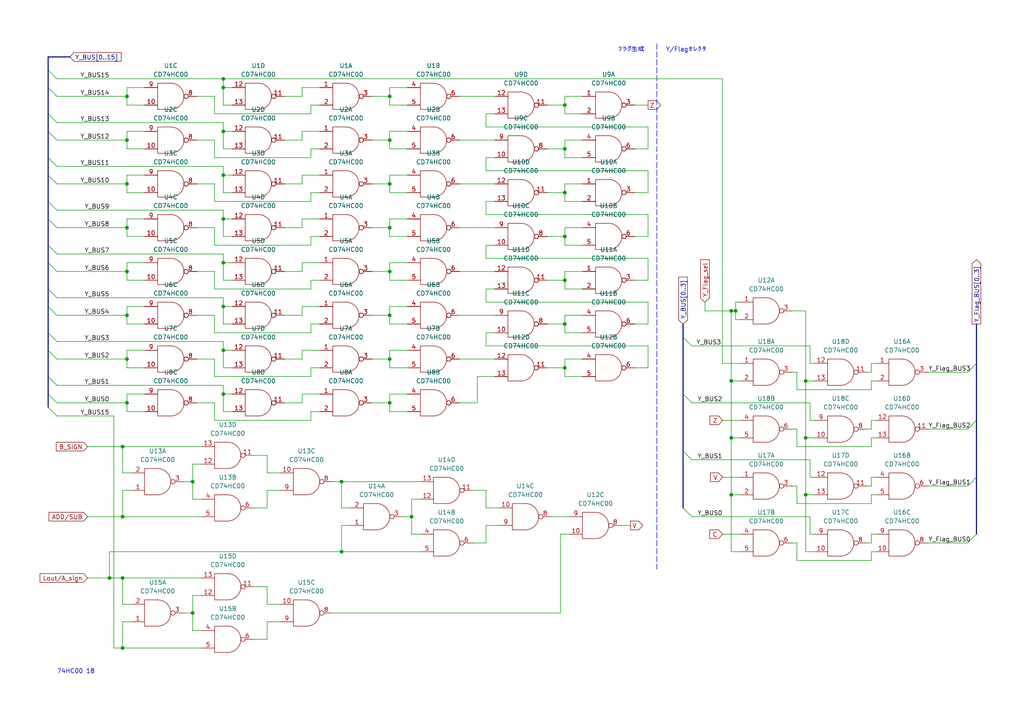
<source format=kicad_sch>
(kicad_sch (version 20211123) (generator eeschema)
  (paper "A4")
  (lib_symbols
    (symbol "CD74HCxx:CD74HC00" (pin_names (offset 0.762))
      (property "Reference" "U" (at -2.54 6.985 0))
      (property "Value" "CD74HC00" (at 1.27 5.08 0))
      (symbol "CD74HC00_0_0"
        (pin power_in line (at -2.54 2.54 0) (length 0) hide (name "VCC") (number "14"))
        (pin power_in line (at -2.54 -2.54 0) (length 0) hide (name "GND") (number "7"))
      )
      (symbol "CD74HC00_0_1"
        (arc (start 0 -3.81) (mid 3.81 0) (end 0 3.81))
        (polyline (pts (xy 0 3.81) (xy -3.81 3.81) (xy -3.81 -3.81) (xy 0 -3.81)))
      )
      (symbol "CD74HC00_0_2"
        (arc (start -4.445 -3.81) (mid -3.175 0) (end -4.445 3.81))
        (arc (start -3.175 -3.81) (mid 0.803 -2.7954) (end 3.81 0))
        (polyline (pts (xy -4.445 -3.81) (xy -3.175 -3.81)))
        (polyline (pts (xy -4.445 3.81) (xy -3.175 3.81)))
        (arc (start 3.81 0) (mid 0.8099 2.8117) (end -3.175 3.81))
      )
      (symbol "CD74HC00_1_1"
        (pin input line (at -7.62 2.54 0) (length 3.81) (name "~") (number "1"))
        (pin input line (at -7.62 -2.54 0) (length 3.81) (name "~") (number "2"))
        (pin output inverted (at 7.62 0 180) (length 3.81) (name "~") (number "3"))
      )
      (symbol "CD74HC00_1_2"
        (pin input inverted (at -7.62 2.54 0) (length 3.81) (name "~") (number "1"))
        (pin input inverted (at -7.62 -2.54 0) (length 3.81) (name "~") (number "2"))
        (pin output line (at 7.62 0 180) (length 3.81) (name "~") (number "3"))
      )
      (symbol "CD74HC00_2_1"
        (pin input line (at -7.62 2.54 0) (length 3.81) (name "~") (number "4"))
        (pin input line (at -7.62 -2.54 0) (length 3.81) (name "~") (number "5"))
        (pin output inverted (at 7.62 0 180) (length 3.81) (name "~") (number "6"))
      )
      (symbol "CD74HC00_2_2"
        (pin input inverted (at -7.62 2.54 0) (length 3.81) (name "~") (number "4"))
        (pin input inverted (at -7.62 -2.54 0) (length 3.81) (name "~") (number "5"))
        (pin output line (at 7.62 0 180) (length 3.81) (name "~") (number "6"))
      )
      (symbol "CD74HC00_3_1"
        (pin input line (at -7.62 -2.54 0) (length 3.81) (name "~") (number "10"))
        (pin output inverted (at 7.62 0 180) (length 3.81) (name "~") (number "8"))
        (pin input line (at -7.62 2.54 0) (length 3.81) (name "~") (number "9"))
      )
      (symbol "CD74HC00_3_2"
        (pin input inverted (at -7.62 -2.54 0) (length 3.81) (name "~") (number "10"))
        (pin output line (at 7.62 0 180) (length 3.81) (name "~") (number "8"))
        (pin input inverted (at -7.62 2.54 0) (length 3.81) (name "~") (number "9"))
      )
      (symbol "CD74HC00_4_1"
        (pin output inverted (at 7.62 0 180) (length 3.81) (name "~") (number "11"))
        (pin input line (at -7.62 2.54 0) (length 3.81) (name "~") (number "12"))
        (pin input line (at -7.62 -2.54 0) (length 3.81) (name "~") (number "13"))
      )
      (symbol "CD74HC00_4_2"
        (pin output line (at 7.62 0 180) (length 3.81) (name "~") (number "11"))
        (pin input inverted (at -7.62 2.54 0) (length 3.81) (name "~") (number "12"))
        (pin input inverted (at -7.62 -2.54 0) (length 3.81) (name "~") (number "13"))
      )
    )
  )
  (junction (at 113.03 40.64))
  (junction (at 163.83 30.48))
  (junction (at 64.77 88.9))
  (junction (at 35.56 167.64))
  (junction (at 36.83 91.44))
  (junction (at 113.03 27.94))
  (junction (at 64.77 25.4))
  (junction (at 233.68 127))
  (junction (at 55.88 177.8))
  (junction (at 64.77 101.6))
  (junction (at 64.77 38.1))
  (junction (at 36.83 116.84))
  (junction (at 233.68 143.51))
  (junction (at 31.75 167.64))
  (junction (at 64.77 76.2))
  (junction (at 36.83 40.64))
  (junction (at 64.77 22.86))
  (junction (at 163.83 106.68))
  (junction (at 163.83 81.28))
  (junction (at 55.88 139.7))
  (junction (at 113.03 91.44))
  (junction (at 36.83 66.04))
  (junction (at 113.03 66.04))
  (junction (at 113.03 78.74))
  (junction (at 163.83 93.98))
  (junction (at 113.03 116.84))
  (junction (at 212.09 143.51))
  (junction (at 35.56 149.86))
  (junction (at 163.83 68.58))
  (junction (at 212.09 127))
  (junction (at 113.03 53.34))
  (junction (at 64.77 114.3))
  (junction (at 99.06 139.7))
  (junction (at 64.77 63.5))
  (junction (at 233.68 110.49))
  (junction (at 35.56 129.54))
  (junction (at 99.06 160.02))
  (junction (at 213.36 90.17))
  (junction (at 36.83 53.34))
  (junction (at 212.09 90.17))
  (junction (at 35.56 187.96))
  (junction (at 163.83 43.18))
  (junction (at 113.03 104.14))
  (junction (at 36.83 78.74))
  (junction (at 36.83 104.14))
  (junction (at 119.38 149.86))
  (junction (at 212.09 110.49))
  (junction (at 36.83 27.94))
  (junction (at 64.77 50.8))
  (junction (at 163.83 55.88))
  (bus_entry (at 13.97 83.82) (size 2.54 2.54))
  (bus_entry (at 13.97 88.9) (size 2.54 2.54))
  (bus_entry (at 13.97 96.52) (size 2.54 2.54))
  (bus_entry (at 13.97 76.2) (size 2.54 2.54))
  (bus_entry (at 13.97 58.42) (size 2.54 2.54))
  (bus_entry (at 13.97 63.5) (size 2.54 2.54))
  (bus_entry (at 13.97 71.12) (size 2.54 2.54))
  (bus_entry (at 280.67 140.97) (size 2.54 -2.54))
  (bus_entry (at 280.67 157.48) (size 2.54 -2.54))
  (bus_entry (at 280.67 107.95) (size 2.54 -2.54))
  (bus_entry (at 280.67 124.46) (size 2.54 -2.54))
  (bus_entry (at 13.97 50.8) (size 2.54 2.54))
  (bus_entry (at 13.97 45.72) (size 2.54 2.54))
  (bus_entry (at 13.97 38.1) (size 2.54 2.54))
  (bus_entry (at 198.12 114.3) (size 2.54 2.54))
  (bus_entry (at 198.12 130.81) (size 2.54 2.54))
  (bus_entry (at 198.12 147.32) (size 2.54 2.54))
  (bus_entry (at 198.12 97.79) (size 2.54 2.54))
  (bus_entry (at 13.97 33.02) (size 2.54 2.54))
  (bus_entry (at 13.97 25.4) (size 2.54 2.54))
  (bus_entry (at 13.97 20.32) (size 2.54 2.54))
  (bus_entry (at 13.97 114.3) (size 2.54 2.54))
  (bus_entry (at 13.97 109.22) (size 2.54 2.54))
  (bus_entry (at 13.97 101.6) (size 2.54 2.54))
  (bus_entry (at 13.97 118.11) (size 2.54 2.54))
  (wire (pts (xy 64.77 93.98) (xy 64.77 88.9)))
  (wire (pts (xy 140.97 142.24) (xy 140.97 147.32)))
  (wire (pts (xy 158.75 68.58) (xy 163.83 68.58)))
  (bus (pts (xy 283.21 93.98) (xy 283.21 105.41)))
  (wire (pts (xy 33.02 120.65) (xy 33.02 187.96)))
  (wire (pts (xy 82.55 116.84) (xy 87.63 116.84)))
  (wire (pts (xy 163.83 53.34) (xy 168.91 53.34)))
  (wire (pts (xy 231.14 162.56) (xy 252.73 162.56)))
  (wire (pts (xy 251.46 124.46) (xy 252.73 124.46)))
  (wire (pts (xy 162.56 154.94) (xy 162.56 177.8)))
  (bus (pts (xy 283.21 138.43) (xy 283.21 154.94)))
  (wire (pts (xy 64.77 25.4) (xy 67.31 25.4)))
  (wire (pts (xy 77.47 137.16) (xy 81.28 137.16)))
  (bus (pts (xy 13.97 76.2) (xy 13.97 71.12)))
  (wire (pts (xy 118.11 106.68) (xy 113.03 106.68)))
  (wire (pts (xy 163.83 40.64) (xy 168.91 40.64)))
  (wire (pts (xy 233.68 110.49) (xy 233.68 127)))
  (wire (pts (xy 113.03 63.5) (xy 118.11 63.5)))
  (wire (pts (xy 113.03 93.98) (xy 113.03 91.44)))
  (bus (pts (xy 13.97 20.32) (xy 13.97 16.51)))
  (wire (pts (xy 35.56 187.96) (xy 58.42 187.96)))
  (wire (pts (xy 140.97 83.82) (xy 140.97 87.63)))
  (wire (pts (xy 87.63 88.9) (xy 92.71 88.9)))
  (wire (pts (xy 113.03 104.14) (xy 113.03 101.6)))
  (wire (pts (xy 133.35 66.04) (xy 143.51 66.04)))
  (wire (pts (xy 234.95 121.92) (xy 234.95 116.84)))
  (wire (pts (xy 187.96 30.48) (xy 184.15 30.48)))
  (wire (pts (xy 252.73 129.54) (xy 252.73 127)))
  (wire (pts (xy 38.1 180.34) (xy 35.56 180.34)))
  (wire (pts (xy 252.73 124.46) (xy 252.73 121.92)))
  (wire (pts (xy 163.83 45.72) (xy 163.83 43.18)))
  (wire (pts (xy 35.56 175.26) (xy 38.1 175.26)))
  (wire (pts (xy 252.73 154.94) (xy 254 154.94)))
  (wire (pts (xy 163.83 109.22) (xy 168.91 109.22)))
  (wire (pts (xy 113.03 38.1) (xy 118.11 38.1)))
  (bus (pts (xy 13.97 114.3) (xy 13.97 118.11)))
  (wire (pts (xy 16.51 78.74) (xy 36.83 78.74)))
  (wire (pts (xy 168.91 104.14) (xy 163.83 104.14)))
  (wire (pts (xy 41.91 76.2) (xy 36.83 76.2)))
  (wire (pts (xy 113.03 106.68) (xy 113.03 104.14)))
  (wire (pts (xy 55.88 172.72) (xy 58.42 172.72)))
  (wire (pts (xy 204.47 87.63) (xy 204.47 90.17)))
  (wire (pts (xy 57.15 91.44) (xy 62.23 91.44)))
  (wire (pts (xy 113.03 101.6) (xy 118.11 101.6)))
  (wire (pts (xy 90.17 93.98) (xy 92.71 93.98)))
  (wire (pts (xy 53.34 139.7) (xy 55.88 139.7)))
  (wire (pts (xy 140.97 45.72) (xy 140.97 49.53)))
  (wire (pts (xy 35.56 149.86) (xy 58.42 149.86)))
  (wire (pts (xy 137.16 142.24) (xy 140.97 142.24)))
  (wire (pts (xy 57.15 104.14) (xy 62.23 104.14)))
  (wire (pts (xy 38.1 142.24) (xy 35.56 142.24)))
  (bus (pts (xy 13.97 101.6) (xy 13.97 96.52)))
  (bus (pts (xy 198.12 114.3) (xy 198.12 130.81)))
  (wire (pts (xy 234.95 154.94) (xy 234.95 149.86)))
  (bus (pts (xy 13.97 96.52) (xy 13.97 88.9)))
  (wire (pts (xy 158.75 81.28) (xy 163.83 81.28)))
  (wire (pts (xy 77.47 132.08) (xy 77.47 137.16)))
  (wire (pts (xy 36.83 119.38) (xy 41.91 119.38)))
  (wire (pts (xy 90.17 33.02) (xy 90.17 30.48)))
  (wire (pts (xy 187.96 49.53) (xy 187.96 55.88)))
  (wire (pts (xy 233.68 160.02) (xy 236.22 160.02)))
  (wire (pts (xy 107.95 40.64) (xy 113.03 40.64)))
  (wire (pts (xy 62.23 83.82) (xy 90.17 83.82)))
  (wire (pts (xy 90.17 30.48) (xy 92.71 30.48)))
  (wire (pts (xy 209.55 105.41) (xy 214.63 105.41)))
  (wire (pts (xy 64.77 101.6) (xy 67.31 101.6)))
  (wire (pts (xy 184.15 43.18) (xy 187.96 43.18)))
  (wire (pts (xy 233.68 127) (xy 233.68 143.51)))
  (wire (pts (xy 140.97 71.12) (xy 140.97 74.93)))
  (wire (pts (xy 67.31 93.98) (xy 64.77 93.98)))
  (bus (pts (xy 198.12 130.81) (xy 198.12 147.32)))
  (wire (pts (xy 113.03 116.84) (xy 113.03 114.3)))
  (wire (pts (xy 36.83 38.1) (xy 36.83 40.64)))
  (wire (pts (xy 140.97 45.72) (xy 143.51 45.72)))
  (bus (pts (xy 13.97 50.8) (xy 13.97 45.72)))
  (wire (pts (xy 118.11 93.98) (xy 113.03 93.98)))
  (wire (pts (xy 87.63 116.84) (xy 87.63 114.3)))
  (wire (pts (xy 158.75 106.68) (xy 163.83 106.68)))
  (wire (pts (xy 231.14 107.95) (xy 231.14 113.03)))
  (wire (pts (xy 73.66 132.08) (xy 77.47 132.08)))
  (wire (pts (xy 163.83 93.98) (xy 163.83 91.44)))
  (wire (pts (xy 163.83 91.44) (xy 168.91 91.44)))
  (wire (pts (xy 209.55 121.92) (xy 214.63 121.92)))
  (wire (pts (xy 90.17 83.82) (xy 90.17 81.28)))
  (wire (pts (xy 41.91 38.1) (xy 36.83 38.1)))
  (wire (pts (xy 168.91 96.52) (xy 163.83 96.52)))
  (wire (pts (xy 213.36 87.63) (xy 213.36 90.17)))
  (wire (pts (xy 140.97 58.42) (xy 143.51 58.42)))
  (wire (pts (xy 87.63 101.6) (xy 92.71 101.6)))
  (wire (pts (xy 229.87 90.17) (xy 233.68 90.17)))
  (wire (pts (xy 64.77 88.9) (xy 67.31 88.9)))
  (wire (pts (xy 163.83 71.12) (xy 163.83 68.58)))
  (bus (pts (xy 13.97 71.12) (xy 13.97 63.5)))
  (wire (pts (xy 236.22 154.94) (xy 234.95 154.94)))
  (wire (pts (xy 36.83 55.88) (xy 41.91 55.88)))
  (bus (pts (xy 13.97 45.72) (xy 13.97 38.1)))
  (wire (pts (xy 163.83 27.94) (xy 168.91 27.94)))
  (wire (pts (xy 184.15 68.58) (xy 187.96 68.58)))
  (wire (pts (xy 252.73 107.95) (xy 252.73 105.41)))
  (wire (pts (xy 184.15 106.68) (xy 187.96 106.68)))
  (wire (pts (xy 35.56 137.16) (xy 38.1 137.16)))
  (wire (pts (xy 158.75 55.88) (xy 163.83 55.88)))
  (wire (pts (xy 64.77 68.58) (xy 64.77 63.5)))
  (wire (pts (xy 55.88 139.7) (xy 55.88 134.62)))
  (wire (pts (xy 209.55 22.86) (xy 209.55 105.41)))
  (wire (pts (xy 212.09 90.17) (xy 213.36 90.17)))
  (wire (pts (xy 90.17 58.42) (xy 90.17 55.88)))
  (wire (pts (xy 16.51 73.66) (xy 64.77 73.66)))
  (wire (pts (xy 62.23 78.74) (xy 62.23 83.82)))
  (wire (pts (xy 58.42 144.78) (xy 55.88 144.78)))
  (wire (pts (xy 107.95 91.44) (xy 113.03 91.44)))
  (wire (pts (xy 212.09 127) (xy 212.09 143.51)))
  (wire (pts (xy 64.77 38.1) (xy 64.77 35.56)))
  (wire (pts (xy 252.73 113.03) (xy 252.73 110.49)))
  (wire (pts (xy 140.97 96.52) (xy 140.97 100.33)))
  (wire (pts (xy 62.23 104.14) (xy 62.23 109.22)))
  (wire (pts (xy 236.22 121.92) (xy 234.95 121.92)))
  (wire (pts (xy 140.97 157.48) (xy 140.97 152.4)))
  (wire (pts (xy 16.51 99.06) (xy 64.77 99.06)))
  (wire (pts (xy 87.63 63.5) (xy 92.71 63.5)))
  (wire (pts (xy 87.63 53.34) (xy 87.63 50.8)))
  (wire (pts (xy 36.83 50.8) (xy 36.83 53.34)))
  (wire (pts (xy 77.47 142.24) (xy 81.28 142.24)))
  (wire (pts (xy 140.97 49.53) (xy 187.96 49.53)))
  (wire (pts (xy 252.73 162.56) (xy 252.73 160.02)))
  (bus (pts (xy 13.97 83.82) (xy 13.97 76.2)))
  (wire (pts (xy 212.09 143.51) (xy 212.09 160.02)))
  (wire (pts (xy 53.34 177.8) (xy 55.88 177.8)))
  (wire (pts (xy 36.83 93.98) (xy 41.91 93.98)))
  (wire (pts (xy 16.51 27.94) (xy 36.83 27.94)))
  (bus (pts (xy 20.32 16.51) (xy 13.97 16.51)))
  (wire (pts (xy 187.96 36.83) (xy 187.96 43.18)))
  (wire (pts (xy 35.56 180.34) (xy 35.56 187.96)))
  (wire (pts (xy 57.15 116.84) (xy 62.23 116.84)))
  (wire (pts (xy 41.91 63.5) (xy 36.83 63.5)))
  (wire (pts (xy 35.56 167.64) (xy 35.56 175.26)))
  (wire (pts (xy 133.35 104.14) (xy 143.51 104.14)))
  (wire (pts (xy 64.77 119.38) (xy 64.77 114.3)))
  (wire (pts (xy 140.97 58.42) (xy 140.97 62.23)))
  (wire (pts (xy 118.11 68.58) (xy 113.03 68.58)))
  (wire (pts (xy 16.51 53.34) (xy 36.83 53.34)))
  (wire (pts (xy 57.15 66.04) (xy 62.23 66.04)))
  (wire (pts (xy 41.91 50.8) (xy 36.83 50.8)))
  (wire (pts (xy 251.46 107.95) (xy 252.73 107.95)))
  (wire (pts (xy 77.47 180.34) (xy 81.28 180.34)))
  (wire (pts (xy 36.83 116.84) (xy 36.83 119.38)))
  (wire (pts (xy 180.34 152.4) (xy 182.88 152.4)))
  (wire (pts (xy 82.55 66.04) (xy 87.63 66.04)))
  (wire (pts (xy 87.63 40.64) (xy 87.63 38.1)))
  (wire (pts (xy 67.31 30.48) (xy 64.77 30.48)))
  (wire (pts (xy 36.83 76.2) (xy 36.83 78.74)))
  (wire (pts (xy 99.06 147.32) (xy 101.6 147.32)))
  (wire (pts (xy 187.96 106.68) (xy 187.96 100.33)))
  (wire (pts (xy 163.83 83.82) (xy 163.83 81.28)))
  (wire (pts (xy 16.51 40.64) (xy 36.83 40.64)))
  (wire (pts (xy 25.4 129.54) (xy 35.56 129.54)))
  (wire (pts (xy 231.14 113.03) (xy 252.73 113.03)))
  (wire (pts (xy 269.24 157.48) (xy 280.67 157.48)))
  (wire (pts (xy 36.83 30.48) (xy 41.91 30.48)))
  (wire (pts (xy 233.68 127) (xy 236.22 127)))
  (wire (pts (xy 64.77 81.28) (xy 64.77 76.2)))
  (wire (pts (xy 140.97 100.33) (xy 187.96 100.33)))
  (wire (pts (xy 55.88 177.8) (xy 55.88 172.72)))
  (wire (pts (xy 158.75 43.18) (xy 163.83 43.18)))
  (wire (pts (xy 234.95 138.43) (xy 234.95 133.35)))
  (wire (pts (xy 35.56 129.54) (xy 58.42 129.54)))
  (wire (pts (xy 36.83 106.68) (xy 41.91 106.68)))
  (wire (pts (xy 73.66 147.32) (xy 77.47 147.32)))
  (wire (pts (xy 64.77 55.88) (xy 64.77 50.8)))
  (wire (pts (xy 113.03 27.94) (xy 113.03 25.4)))
  (wire (pts (xy 87.63 91.44) (xy 87.63 88.9)))
  (wire (pts (xy 204.47 90.17) (xy 212.09 90.17)))
  (wire (pts (xy 107.95 27.94) (xy 113.03 27.94)))
  (wire (pts (xy 113.03 55.88) (xy 113.03 53.34)))
  (wire (pts (xy 64.77 106.68) (xy 64.77 101.6)))
  (wire (pts (xy 229.87 140.97) (xy 231.14 140.97)))
  (wire (pts (xy 133.35 78.74) (xy 143.51 78.74)))
  (wire (pts (xy 16.51 91.44) (xy 36.83 91.44)))
  (wire (pts (xy 119.38 149.86) (xy 119.38 144.78)))
  (wire (pts (xy 113.03 43.18) (xy 113.03 40.64)))
  (bus (pts (xy 13.97 25.4) (xy 13.97 20.32)))
  (wire (pts (xy 64.77 25.4) (xy 64.77 30.48)))
  (wire (pts (xy 231.14 157.48) (xy 231.14 162.56)))
  (wire (pts (xy 41.91 101.6) (xy 36.83 101.6)))
  (wire (pts (xy 87.63 114.3) (xy 92.71 114.3)))
  (wire (pts (xy 236.22 138.43) (xy 234.95 138.43)))
  (wire (pts (xy 99.06 139.7) (xy 121.92 139.7)))
  (wire (pts (xy 113.03 50.8) (xy 118.11 50.8)))
  (wire (pts (xy 269.24 107.95) (xy 280.67 107.95)))
  (wire (pts (xy 231.14 146.05) (xy 252.73 146.05)))
  (wire (pts (xy 251.46 140.97) (xy 252.73 140.97)))
  (wire (pts (xy 99.06 139.7) (xy 99.06 147.32)))
  (wire (pts (xy 209.55 138.43) (xy 214.63 138.43)))
  (wire (pts (xy 187.96 74.93) (xy 187.96 81.28)))
  (wire (pts (xy 62.23 53.34) (xy 62.23 58.42)))
  (wire (pts (xy 168.91 45.72) (xy 163.83 45.72)))
  (wire (pts (xy 67.31 55.88) (xy 64.77 55.88)))
  (wire (pts (xy 140.97 83.82) (xy 143.51 83.82)))
  (wire (pts (xy 36.83 114.3) (xy 36.83 116.84)))
  (wire (pts (xy 16.51 120.65) (xy 33.02 120.65)))
  (wire (pts (xy 57.15 78.74) (xy 62.23 78.74)))
  (wire (pts (xy 64.77 38.1) (xy 67.31 38.1)))
  (wire (pts (xy 41.91 114.3) (xy 36.83 114.3)))
  (wire (pts (xy 25.4 167.64) (xy 31.75 167.64)))
  (wire (pts (xy 77.47 175.26) (xy 81.28 175.26)))
  (wire (pts (xy 90.17 55.88) (xy 92.71 55.88)))
  (wire (pts (xy 252.73 127) (xy 254 127)))
  (wire (pts (xy 77.47 170.18) (xy 77.47 175.26)))
  (wire (pts (xy 187.96 55.88) (xy 184.15 55.88)))
  (wire (pts (xy 138.43 109.22) (xy 138.43 116.84)))
  (wire (pts (xy 158.75 30.48) (xy 163.83 30.48)))
  (wire (pts (xy 62.23 116.84) (xy 62.23 121.92)))
  (wire (pts (xy 121.92 154.94) (xy 119.38 154.94)))
  (wire (pts (xy 163.83 43.18) (xy 163.83 40.64)))
  (wire (pts (xy 163.83 78.74) (xy 168.91 78.74)))
  (wire (pts (xy 163.83 66.04) (xy 168.91 66.04)))
  (wire (pts (xy 64.77 101.6) (xy 64.77 99.06)))
  (wire (pts (xy 163.83 104.14) (xy 163.83 106.68)))
  (wire (pts (xy 90.17 45.72) (xy 90.17 43.18)))
  (wire (pts (xy 64.77 88.9) (xy 64.77 86.36)))
  (wire (pts (xy 252.73 160.02) (xy 254 160.02)))
  (wire (pts (xy 158.75 93.98) (xy 163.83 93.98)))
  (bus (pts (xy 13.97 114.3) (xy 13.97 109.22)))
  (wire (pts (xy 41.91 25.4) (xy 36.83 25.4)))
  (wire (pts (xy 168.91 83.82) (xy 163.83 83.82)))
  (wire (pts (xy 118.11 43.18) (xy 113.03 43.18)))
  (wire (pts (xy 233.68 110.49) (xy 236.22 110.49)))
  (wire (pts (xy 119.38 144.78) (xy 121.92 144.78)))
  (wire (pts (xy 55.88 139.7) (xy 55.88 144.78)))
  (wire (pts (xy 16.51 116.84) (xy 36.83 116.84)))
  (bus (pts (xy 283.21 105.41) (xy 283.21 121.92)))
  (wire (pts (xy 62.23 71.12) (xy 90.17 71.12)))
  (wire (pts (xy 163.83 30.48) (xy 163.83 27.94)))
  (wire (pts (xy 16.51 48.26) (xy 64.77 48.26)))
  (wire (pts (xy 163.83 68.58) (xy 163.83 66.04)))
  (wire (pts (xy 165.1 154.94) (xy 162.56 154.94)))
  (wire (pts (xy 168.91 58.42) (xy 163.83 58.42)))
  (wire (pts (xy 107.95 104.14) (xy 113.03 104.14)))
  (wire (pts (xy 113.03 88.9) (xy 118.11 88.9)))
  (wire (pts (xy 101.6 152.4) (xy 99.06 152.4)))
  (wire (pts (xy 187.96 81.28) (xy 184.15 81.28)))
  (wire (pts (xy 36.83 91.44) (xy 36.83 93.98)))
  (wire (pts (xy 25.4 149.86) (xy 35.56 149.86)))
  (wire (pts (xy 113.03 119.38) (xy 113.03 116.84)))
  (wire (pts (xy 36.83 104.14) (xy 36.83 106.68)))
  (wire (pts (xy 77.47 185.42) (xy 77.47 180.34)))
  (wire (pts (xy 35.56 129.54) (xy 35.56 137.16)))
  (wire (pts (xy 41.91 88.9) (xy 36.83 88.9)))
  (wire (pts (xy 160.02 149.86) (xy 165.1 149.86)))
  (wire (pts (xy 31.75 160.02) (xy 31.75 167.64)))
  (wire (pts (xy 67.31 119.38) (xy 64.77 119.38)))
  (wire (pts (xy 62.23 40.64) (xy 62.23 45.72)))
  (wire (pts (xy 82.55 27.94) (xy 87.63 27.94)))
  (wire (pts (xy 99.06 152.4) (xy 99.06 160.02)))
  (bus (pts (xy 13.97 109.22) (xy 13.97 101.6)))
  (wire (pts (xy 36.83 63.5) (xy 36.83 66.04)))
  (wire (pts (xy 140.97 33.02) (xy 143.51 33.02)))
  (wire (pts (xy 113.03 30.48) (xy 113.03 27.94)))
  (wire (pts (xy 116.84 149.86) (xy 119.38 149.86)))
  (wire (pts (xy 252.73 105.41) (xy 254 105.41)))
  (wire (pts (xy 64.77 22.86) (xy 209.55 22.86)))
  (wire (pts (xy 35.56 167.64) (xy 58.42 167.64)))
  (wire (pts (xy 36.83 68.58) (xy 41.91 68.58)))
  (wire (pts (xy 137.16 157.48) (xy 140.97 157.48)))
  (wire (pts (xy 140.97 71.12) (xy 143.51 71.12)))
  (wire (pts (xy 73.66 170.18) (xy 77.47 170.18)))
  (bus (pts (xy 13.97 63.5) (xy 13.97 58.42)))
  (wire (pts (xy 233.68 143.51) (xy 236.22 143.51)))
  (wire (pts (xy 31.75 160.02) (xy 99.06 160.02)))
  (wire (pts (xy 269.24 140.97) (xy 280.67 140.97)))
  (wire (pts (xy 36.83 81.28) (xy 41.91 81.28)))
  (wire (pts (xy 229.87 124.46) (xy 231.14 124.46)))
  (wire (pts (xy 212.09 143.51) (xy 214.63 143.51)))
  (wire (pts (xy 229.87 157.48) (xy 231.14 157.48)))
  (wire (pts (xy 163.83 58.42) (xy 163.83 55.88)))
  (wire (pts (xy 62.23 45.72) (xy 90.17 45.72)))
  (wire (pts (xy 90.17 121.92) (xy 90.17 119.38)))
  (wire (pts (xy 231.14 129.54) (xy 252.73 129.54)))
  (wire (pts (xy 213.36 92.71) (xy 214.63 92.71)))
  (wire (pts (xy 96.52 139.7) (xy 99.06 139.7)))
  (wire (pts (xy 87.63 76.2) (xy 92.71 76.2)))
  (wire (pts (xy 64.77 50.8) (xy 67.31 50.8)))
  (wire (pts (xy 209.55 154.94) (xy 214.63 154.94)))
  (wire (pts (xy 62.23 27.94) (xy 62.23 33.02)))
  (wire (pts (xy 31.75 167.64) (xy 35.56 167.64)))
  (wire (pts (xy 36.83 27.94) (xy 36.83 30.48)))
  (wire (pts (xy 16.51 86.36) (xy 64.77 86.36)))
  (wire (pts (xy 118.11 81.28) (xy 113.03 81.28)))
  (wire (pts (xy 113.03 68.58) (xy 113.03 66.04)))
  (wire (pts (xy 251.46 157.48) (xy 252.73 157.48)))
  (wire (pts (xy 269.24 124.46) (xy 280.67 124.46)))
  (wire (pts (xy 233.68 90.17) (xy 233.68 110.49)))
  (wire (pts (xy 113.03 81.28) (xy 113.03 78.74)))
  (wire (pts (xy 119.38 149.86) (xy 119.38 154.94)))
  (wire (pts (xy 57.15 40.64) (xy 62.23 40.64)))
  (wire (pts (xy 212.09 110.49) (xy 212.09 127)))
  (wire (pts (xy 140.97 96.52) (xy 143.51 96.52)))
  (wire (pts (xy 36.83 66.04) (xy 36.83 68.58)))
  (wire (pts (xy 168.91 33.02) (xy 163.83 33.02)))
  (wire (pts (xy 234.95 105.41) (xy 234.95 100.33)))
  (wire (pts (xy 212.09 127) (xy 214.63 127)))
  (wire (pts (xy 163.83 81.28) (xy 163.83 78.74)))
  (bus (pts (xy 13.97 38.1) (xy 13.97 33.02)))
  (wire (pts (xy 62.23 91.44) (xy 62.23 96.52)))
  (wire (pts (xy 90.17 68.58) (xy 92.71 68.58)))
  (wire (pts (xy 107.95 53.34) (xy 113.03 53.34)))
  (wire (pts (xy 87.63 38.1) (xy 92.71 38.1)))
  (wire (pts (xy 133.35 116.84) (xy 138.43 116.84)))
  (wire (pts (xy 133.35 40.64) (xy 143.51 40.64)))
  (wire (pts (xy 16.51 111.76) (xy 64.77 111.76)))
  (wire (pts (xy 140.97 33.02) (xy 140.97 36.83)))
  (wire (pts (xy 213.36 90.17) (xy 213.36 92.71)))
  (wire (pts (xy 229.87 107.95) (xy 231.14 107.95)))
  (wire (pts (xy 67.31 43.18) (xy 64.77 43.18)))
  (wire (pts (xy 140.97 152.4) (xy 144.78 152.4)))
  (wire (pts (xy 133.35 91.44) (xy 143.51 91.44)))
  (wire (pts (xy 57.15 53.34) (xy 62.23 53.34)))
  (wire (pts (xy 16.51 22.86) (xy 64.77 22.86)))
  (wire (pts (xy 252.73 143.51) (xy 254 143.51)))
  (wire (pts (xy 73.66 185.42) (xy 77.47 185.42)))
  (wire (pts (xy 231.14 140.97) (xy 231.14 146.05)))
  (bus (pts (xy 198.12 93.98) (xy 198.12 97.79)))
  (wire (pts (xy 16.51 66.04) (xy 36.83 66.04)))
  (wire (pts (xy 96.52 177.8) (xy 162.56 177.8)))
  (wire (pts (xy 113.03 78.74) (xy 113.03 76.2)))
  (wire (pts (xy 163.83 106.68) (xy 163.83 109.22)))
  (wire (pts (xy 113.03 40.64) (xy 113.03 38.1)))
  (wire (pts (xy 33.02 187.96) (xy 35.56 187.96)))
  (wire (pts (xy 113.03 53.34) (xy 113.03 50.8)))
  (wire (pts (xy 64.77 63.5) (xy 67.31 63.5)))
  (wire (pts (xy 36.83 25.4) (xy 36.83 27.94)))
  (bus (pts (xy 198.12 97.79) (xy 198.12 114.3)))
  (wire (pts (xy 252.73 121.92) (xy 254 121.92)))
  (wire (pts (xy 163.83 96.52) (xy 163.83 93.98)))
  (wire (pts (xy 64.77 76.2) (xy 64.77 73.66)))
  (wire (pts (xy 87.63 25.4) (xy 92.71 25.4)))
  (wire (pts (xy 64.77 43.18) (xy 64.77 38.1)))
  (wire (pts (xy 35.56 142.24) (xy 35.56 149.86)))
  (wire (pts (xy 200.66 133.35) (xy 234.95 133.35)))
  (wire (pts (xy 55.88 134.62) (xy 58.42 134.62)))
  (wire (pts (xy 36.83 53.34) (xy 36.83 55.88)))
  (wire (pts (xy 212.09 110.49) (xy 214.63 110.49)))
  (wire (pts (xy 36.83 88.9) (xy 36.83 91.44)))
  (wire (pts (xy 252.73 140.97) (xy 252.73 138.43)))
  (wire (pts (xy 62.23 33.02) (xy 90.17 33.02)))
  (wire (pts (xy 140.97 62.23) (xy 187.96 62.23)))
  (wire (pts (xy 200.66 149.86) (xy 234.95 149.86)))
  (wire (pts (xy 236.22 105.41) (xy 234.95 105.41)))
  (wire (pts (xy 187.96 62.23) (xy 187.96 68.58)))
  (wire (pts (xy 77.47 147.32) (xy 77.47 142.24)))
  (polyline (pts (xy 190.5 12.7) (xy 190.5 165.1)))
  (wire (pts (xy 99.06 160.02) (xy 121.92 160.02)))
  (wire (pts (xy 87.63 66.04) (xy 87.63 63.5)))
  (wire (pts (xy 168.91 71.12) (xy 163.83 71.12)))
  (wire (pts (xy 200.66 100.33) (xy 234.95 100.33)))
  (wire (pts (xy 140.97 87.63) (xy 187.96 87.63)))
  (wire (pts (xy 58.42 182.88) (xy 55.88 182.88)))
  (wire (pts (xy 187.96 87.63) (xy 187.96 93.98)))
  (bus (pts (xy 13.97 88.9) (xy 13.97 83.82)))
  (wire (pts (xy 64.77 76.2) (xy 67.31 76.2)))
  (wire (pts (xy 118.11 30.48) (xy 113.03 30.48)))
  (wire (pts (xy 184.15 93.98) (xy 187.96 93.98)))
  (wire (pts (xy 82.55 104.14) (xy 87.63 104.14)))
  (wire (pts (xy 64.77 114.3) (xy 67.31 114.3)))
  (wire (pts (xy 90.17 109.22) (xy 90.17 106.68)))
  (wire (pts (xy 113.03 76.2) (xy 118.11 76.2)))
  (wire (pts (xy 36.83 43.18) (xy 41.91 43.18)))
  (wire (pts (xy 133.35 27.94) (xy 143.51 27.94)))
  (wire (pts (xy 140.97 74.93) (xy 187.96 74.93)))
  (wire (pts (xy 16.51 60.96) (xy 64.77 60.96)))
  (wire (pts (xy 16.51 35.56) (xy 64.77 35.56)))
  (wire (pts (xy 163.83 33.02) (xy 163.83 30.48)))
  (wire (pts (xy 90.17 96.52) (xy 90.17 93.98)))
  (wire (pts (xy 140.97 147.32) (xy 144.78 147.32)))
  (wire (pts (xy 90.17 43.18) (xy 92.71 43.18)))
  (wire (pts (xy 214.63 87.63) (xy 213.36 87.63)))
  (wire (pts (xy 90.17 81.28) (xy 92.71 81.28)))
  (wire (pts (xy 87.63 78.74) (xy 87.63 76.2)))
  (wire (pts (xy 36.83 78.74) (xy 36.83 81.28)))
  (wire (pts (xy 64.77 114.3) (xy 64.77 111.76)))
  (bus (pts (xy 13.97 33.02) (xy 13.97 25.4)))
  (wire (pts (xy 133.35 53.34) (xy 143.51 53.34)))
  (wire (pts (xy 36.83 40.64) (xy 36.83 43.18)))
  (wire (pts (xy 82.55 40.64) (xy 87.63 40.64)))
  (wire (pts (xy 138.43 109.22) (xy 143.51 109.22)))
  (wire (pts (xy 118.11 119.38) (xy 113.03 119.38)))
  (wire (pts (xy 140.97 36.83) (xy 187.96 36.83)))
  (wire (pts (xy 200.66 116.84) (xy 234.95 116.84)))
  (wire (pts (xy 107.95 66.04) (xy 113.03 66.04)))
  (bus (pts (xy 13.97 58.42) (xy 13.97 50.8)))
  (wire (pts (xy 62.23 66.04) (xy 62.23 71.12)))
  (wire (pts (xy 212.09 90.17) (xy 212.09 110.49)))
  (wire (pts (xy 87.63 104.14) (xy 87.63 101.6)))
  (wire (pts (xy 67.31 81.28) (xy 64.77 81.28)))
  (wire (pts (xy 233.68 143.51) (xy 233.68 160.02)))
  (wire (pts (xy 67.31 106.68) (xy 64.77 106.68)))
  (wire (pts (xy 62.23 109.22) (xy 90.17 109.22)))
  (wire (pts (xy 67.31 68.58) (xy 64.77 68.58)))
  (wire (pts (xy 90.17 106.68) (xy 92.71 106.68)))
  (wire (pts (xy 113.03 114.3) (xy 118.11 114.3)))
  (wire (pts (xy 64.77 63.5) (xy 64.77 60.96)))
  (wire (pts (xy 82.55 53.34) (xy 87.63 53.34)))
  (wire (pts (xy 107.95 116.84) (xy 113.03 116.84)))
  (bus (pts (xy 283.21 121.92) (xy 283.21 138.43)))
  (wire (pts (xy 252.73 110.49) (xy 254 110.49)))
  (wire (pts (xy 252.73 157.48) (xy 252.73 154.94)))
  (wire (pts (xy 62.23 121.92) (xy 90.17 121.92)))
  (wire (pts (xy 64.77 22.86) (xy 64.77 25.4)))
  (wire (pts (xy 252.73 146.05) (xy 252.73 143.51)))
  (wire (pts (xy 62.23 96.52) (xy 90.17 96.52)))
  (wire (pts (xy 252.73 138.43) (xy 254 138.43)))
  (wire (pts (xy 113.03 25.4) (xy 118.11 25.4)))
  (wire (pts (xy 62.23 58.42) (xy 90.17 58.42)))
  (wire (pts (xy 90.17 71.12) (xy 90.17 68.58)))
  (wire (pts (xy 64.77 50.8) (xy 64.77 48.26)))
  (wire (pts (xy 57.15 27.94) (xy 62.23 27.94)))
  (wire (pts (xy 36.83 101.6) (xy 36.83 104.14)))
  (wire (pts (xy 90.17 119.38) (xy 92.71 119.38)))
  (wire (pts (xy 212.09 160.02) (xy 214.63 160.02)))
  (wire (pts (xy 55.88 177.8) (xy 55.88 182.88)))
  (wire (pts (xy 82.55 78.74) (xy 87.63 78.74)))
  (wire (pts (xy 231.14 124.46) (xy 231.14 129.54)))
  (wire (pts (xy 87.63 27.94) (xy 87.63 25.4)))
  (wire (pts (xy 82.55 91.44) (xy 87.63 91.44)))
  (wire (pts (xy 118.11 55.88) (xy 113.03 55.88)))
  (wire (pts (xy 113.03 91.44) (xy 113.03 88.9)))
  (wire (pts (xy 16.51 104.14) (xy 36.83 104.14)))
  (wire (pts (xy 87.63 50.8) (xy 92.71 50.8)))
  (wire (pts (xy 107.95 78.74) (xy 113.03 78.74)))
  (wire (pts (xy 113.03 66.04) (xy 113.03 63.5)))
  (wire (pts (xy 163.83 55.88) (xy 163.83 53.34)))
  (text "74HC00 18" (at 16.51 195.58 0) (effects (font (size 1.27 1.27)) (justify left bottom)))
  (text "Y/Flagセレクタ" (at 193.04 15.24 0) (effects (font (size 1.27 1.27)) (justify left bottom)))
  (text "フラグ生成" (at 179.07 15.24 0) (effects (font (size 1.27 1.27)) (justify left bottom)))
  (label "Y_BUS9" (at 31.75 60.96 180))
  (label "Y_BUS14" (at 31.75 27.94 180))
  (label "Y_BUS8" (at 31.75 66.04 180))
  (label "Y_BUS2" (at 209.55 116.84 180))
  (label "Y_BUS5" (at 31.75 86.36 180))
  (label "Y_BUS10" (at 31.75 53.34 180))
  (label "Y_BUS7" (at 31.75 73.66 180))
  (label "Y_BUS11" (at 31.75 48.26 180))
  (label "Y_BUS2" (at 31.75 104.14 180))
  (label "Y_Flag_BUS2" (at 269.24 124.46 0))
  (label "Y_BUS4" (at 31.75 91.44 180))
  (label "Y_BUS15" (at 31.75 120.65 180))
  (label "Y_BUS1" (at 31.75 111.76 180))
  (label "Y_BUS6" (at 31.75 78.74 180))
  (label "Y_Flag_BUS0" (at 269.24 157.48 0))
  (label "Y_BUS0" (at 31.75 116.84 180))
  (label "Y_BUS15" (at 31.75 22.86 180))
  (label "Y_BUS3" (at 31.75 99.06 180))
  (label "Y_BUS0" (at 209.55 149.86 180))
  (label "Y_BUS1" (at 209.55 133.35 180))
  (label "Y_BUS3" (at 201.93 100.33 0))
  (label "Y_BUS13" (at 31.75 35.56 180))
  (label "Y_Flag_BUS1" (at 269.24 140.97 0))
  (label "Y_Flag_BUS3" (at 269.24 107.95 0))
  (label "Y_BUS12" (at 31.75 40.64 180))
  (global_label "Y_Flag_BUS[0..3]" (shape output) (at 283.21 93.98 90) (property "Intersheet References" "${INTERSHEET_REFS}" (effects hide)))
  (global_label "Lout{slash}A_sign" (shape input) (at 25.4 167.64 180) (property "Intersheet References" "${INTERSHEET_REFS}" (effects hide)))
  (global_label "Y_BUS[0..15]" (shape input) (at 20.32 16.51 0) (property "Intersheet References" "${INTERSHEET_REFS}" (effects hide)))
  (global_label "Y_BUS[0..3]" (shape input) (at 198.12 93.98 90) (property "Intersheet References" "${INTERSHEET_REFS}" (effects hide)))
  (global_label "C" (shape input) (at 209.55 154.94 180) (property "Intersheet References" "${INTERSHEET_REFS}" (effects hide)))
  (global_label "ADD{slash}SUB" (shape input) (at 25.4 149.86 180) (property "Intersheet References" "${INTERSHEET_REFS}" (effects hide)))
  (global_label "V" (shape output) (at 182.88 152.4 0) (property "Intersheet References" "${INTERSHEET_REFS}" (effects hide)))
  (global_label "Z" (shape output) (at 187.96 30.48 0) (property "Intersheet References" "${INTERSHEET_REFS}" (effects hide)))
  (global_label "B_SIGN" (shape input) (at 25.4 129.54 180) (property "Intersheet References" "${INTERSHEET_REFS}" (effects hide)))
  (global_label "V" (shape input) (at 209.55 138.43 180) (property "Intersheet References" "${INTERSHEET_REFS}" (effects hide)))
  (global_label "Y_Flag_sel" (shape input) (at 204.47 87.63 90) (property "Intersheet References" "${INTERSHEET_REFS}" (effects hide)))
  (global_label "Z" (shape input) (at 209.55 121.92 180) (property "Intersheet References" "${INTERSHEET_REFS}" (effects hide)))
  (symbol (lib_id "CD74HCxx:CD74HC00") (at 222.25 107.95 0) (unit 1)
    (property "Reference" "U18" (at 222.25 99.06 0))
    (property "Value" "CD74HC00" (at 222.25 101.6 0))
    (property "Footprint" "Package_DIP:DIP-14_W7.62mm" (effects hide))
  )
  (symbol (lib_id "CD74HCxx:CD74HC00") (at 151.13 30.48 0) (unit 4)
    (property "Reference" "U9" (at 151.13 21.59 0))
    (property "Value" "CD74HC00" (at 151.13 24.13 0))
    (property "Footprint" "Package_DIP:DIP-14_W7.62mm" (effects hide))
  )
  (symbol (lib_id "CD74HCxx:CD74HC00") (at 66.04 132.08 0) (mirror x) (unit 4)
    (property "Reference" "U13" (at 66.04 123.19 0))
    (property "Value" "CD74HC00" (at 66.04 125.73 0))
    (property "Footprint" "Package_DIP:DIP-14_W7.62mm" (effects hide))
  )
  (symbol (lib_id "CD74HCxx:CD74HC00") (at 49.53 27.94 0) (unit 3)
    (property "Reference" "U1" (at 49.53 19.05 0))
    (property "Value" "CD74HC00" (at 49.53 21.59 0))
    (property "Footprint" "Package_DIP:DIP-14_W7.62mm" (effects hide))
  )
  (symbol (lib_id "CD74HCxx:CD74HC00") (at 100.33 40.64 0) (unit 1)
    (property "Reference" "U2" (at 100.33 31.75 0))
    (property "Value" "CD74HC00" (at 100.33 34.29 0))
    (property "Footprint" "Package_DIP:DIP-14_W7.62mm" (effects hide))
  )
  (symbol (lib_id "CD74HCxx:CD74HC00") (at 151.13 55.88 0) (unit 4)
    (property "Reference" "U10" (at 151.13 46.99 0))
    (property "Value" "CD74HC00" (at 151.13 49.53 0))
    (property "Footprint" "Package_DIP:DIP-14_W7.62mm" (effects hide))
  )
  (symbol (lib_id "CD74HCxx:CD74HC00") (at 49.53 116.84 0) (unit 3)
    (property "Reference" "U8" (at 49.53 107.95 0))
    (property "Value" "CD74HC00" (at 49.53 110.49 0))
    (property "Footprint" "Package_DIP:DIP-14_W7.62mm" (effects hide))
  )
  (symbol (lib_id "CD74HCxx:CD74HC00") (at 222.25 140.97 0) (unit 1)
    (property "Reference" "U17" (at 222.25 132.08 0))
    (property "Value" "CD74HC00" (at 222.25 134.62 0))
    (property "Footprint" "Package_DIP:DIP-14_W7.62mm" (effects hide))
  )
  (symbol (lib_id "CD74HCxx:CD74HC00") (at 49.53 40.64 0) (unit 3)
    (property "Reference" "U2" (at 49.53 31.75 0))
    (property "Value" "CD74HC00" (at 49.53 34.29 0))
    (property "Footprint" "Package_DIP:DIP-14_W7.62mm" (effects hide))
  )
  (symbol (lib_id "CD74HCxx:CD74HC00") (at 243.84 124.46 0) (unit 3)
    (property "Reference" "U18" (at 243.84 115.57 0))
    (property "Value" "CD74HC00" (at 243.84 118.11 0))
    (property "Footprint" "Package_DIP:DIP-14_W7.62mm" (effects hide))
  )
  (symbol (lib_id "CD74HCxx:CD74HC00") (at 261.62 124.46 0) (unit 4)
    (property "Reference" "U16" (at 261.62 115.57 0))
    (property "Value" "CD74HC00" (at 261.62 118.11 0))
    (property "Footprint" "Package_DIP:DIP-14_W7.62mm" (effects hide))
  )
  (symbol (lib_id "CD74HCxx:CD74HC00") (at 151.13 93.98 0) (unit 3)
    (property "Reference" "U11" (at 151.13 85.09 0))
    (property "Value" "CD74HC00" (at 151.13 87.63 0))
    (property "Footprint" "Package_DIP:DIP-14_W7.62mm" (effects hide))
  )
  (symbol (lib_id "CD74HCxx:CD74HC00") (at 172.72 152.4 0) (unit 3)
    (property "Reference" "U12" (at 172.72 143.51 0))
    (property "Value" "CD74HC00" (at 172.72 146.05 0))
    (property "Footprint" "Package_DIP:DIP-14_W7.62mm" (effects hide))
  )
  (symbol (lib_id "CD74HCxx:CD74HC00") (at 222.25 157.48 0) (unit 2)
    (property "Reference" "U17" (at 222.25 148.59 0))
    (property "Value" "CD74HC00" (at 222.25 151.13 0))
    (property "Footprint" "Package_DIP:DIP-14_W7.62mm" (effects hide))
  )
  (symbol (lib_id "CD74HCxx:CD74HC00") (at 125.73 27.94 0) (unit 2)
    (property "Reference" "U1" (at 125.73 19.05 0))
    (property "Value" "CD74HC00" (at 125.73 21.59 0))
    (property "Footprint" "Package_DIP:DIP-14_W7.62mm" (effects hide))
  )
  (symbol (lib_id "CD74HCxx:CD74HC00") (at 109.22 149.86 0) (mirror x) (unit 1)
    (property "Reference" "U14" (at 109.22 140.97 0))
    (property "Value" "CD74HC00" (at 109.22 143.51 0))
    (property "Footprint" "Package_DIP:DIP-14_W7.62mm" (effects hide))
  )
  (symbol (lib_id "CD74HCxx:CD74HC00") (at 125.73 104.14 0) (unit 2)
    (property "Reference" "U7" (at 125.73 95.25 0))
    (property "Value" "CD74HC00" (at 125.73 97.79 0))
    (property "Footprint" "Package_DIP:DIP-14_W7.62mm" (effects hide))
  )
  (symbol (lib_id "CD74HCxx:CD74HC00") (at 152.4 149.86 0) (mirror x) (unit 3)
    (property "Reference" "U14" (at 152.4 140.97 0))
    (property "Value" "CD74HC00" (at 152.4 143.51 0))
    (property "Footprint" "Package_DIP:DIP-14_W7.62mm" (effects hide))
  )
  (symbol (lib_id "CD74HCxx:CD74HC00") (at 74.93 78.74 0) (unit 4)
    (property "Reference" "U5" (at 74.93 69.85 0))
    (property "Value" "CD74HC00" (at 74.93 72.39 0))
    (property "Footprint" "Package_DIP:DIP-14_W7.62mm" (effects hide))
  )
  (symbol (lib_id "CD74HCxx:CD74HC00") (at 100.33 91.44 0) (unit 1)
    (property "Reference" "U6" (at 100.33 82.55 0))
    (property "Value" "CD74HC00" (at 100.33 85.09 0))
    (property "Footprint" "Package_DIP:DIP-14_W7.62mm" (effects hide))
  )
  (symbol (lib_id "CD74HCxx:CD74HC00") (at 125.73 66.04 0) (unit 2)
    (property "Reference" "U4" (at 125.73 57.15 0))
    (property "Value" "CD74HC00" (at 125.73 59.69 0))
    (property "Footprint" "Package_DIP:DIP-14_W7.62mm" (effects hide))
  )
  (symbol (lib_id "CD74HCxx:CD74HC00") (at 243.84 140.97 0) (unit 4)
    (property "Reference" "U17" (at 243.84 132.08 0))
    (property "Value" "CD74HC00" (at 243.84 134.62 0))
    (property "Footprint" "Package_DIP:DIP-14_W7.62mm" (effects hide))
  )
  (symbol (lib_id "CD74HCxx:CD74HC00") (at 222.25 124.46 0) (unit 2)
    (property "Reference" "U18" (at 222.25 115.57 0))
    (property "Value" "CD74HC00" (at 222.25 118.11 0))
    (property "Footprint" "Package_DIP:DIP-14_W7.62mm" (effects hide))
  )
  (symbol (lib_id "CD74HCxx:CD74HC00") (at 176.53 30.48 0) (unit 1)
    (property "Reference" "U9" (at 176.53 21.59 0))
    (property "Value" "CD74HC00" (at 176.53 24.13 0))
    (property "Footprint" "Package_DIP:DIP-14_W7.62mm" (effects hide))
  )
  (symbol (lib_id "CD74HCxx:CD74HC00") (at 176.53 81.28 0) (unit 1)
    (property "Reference" "U11" (at 176.53 72.39 0))
    (property "Value" "CD74HC00" (at 176.53 74.93 0))
    (property "Footprint" "Package_DIP:DIP-14_W7.62mm" (effects hide))
  )
  (symbol (lib_id "CD74HCxx:CD74HC00") (at 129.54 142.24 0) (mirror x) (unit 4)
    (property "Reference" "U14" (at 129.54 133.35 0))
    (property "Value" "CD74HC00" (at 129.54 135.89 0))
    (property "Footprint" "Package_DIP:DIP-14_W7.62mm" (effects hide))
  )
  (symbol (lib_id "CD74HCxx:CD74HC00") (at 243.84 107.95 0) (unit 4)
    (property "Reference" "U18" (at 243.84 99.06 0))
    (property "Value" "CD74HC00" (at 243.84 101.6 0))
    (property "Footprint" "Package_DIP:DIP-14_W7.62mm" (effects hide))
  )
  (symbol (lib_id "CD74HCxx:CD74HC00") (at 100.33 53.34 0) (unit 1)
    (property "Reference" "U3" (at 100.33 44.45 0))
    (property "Value" "CD74HC00" (at 100.33 46.99 0))
    (property "Footprint" "Package_DIP:DIP-14_W7.62mm" (effects hide))
  )
  (symbol (lib_id "CD74HCxx:CD74HC00") (at 45.72 177.8 0) (mirror x) (unit 1)
    (property "Reference" "U15" (at 45.72 168.91 0))
    (property "Value" "CD74HC00" (at 45.72 171.45 0))
    (property "Footprint" "Package_DIP:DIP-14_W7.62mm" (effects hide))
  )
  (symbol (lib_id "CD74HCxx:CD74HC00") (at 66.04 147.32 0) (unit 2)
    (property "Reference" "U13" (at 66.04 138.43 0))
    (property "Value" "CD74HC00" (at 66.04 140.97 0))
    (property "Footprint" "Package_DIP:DIP-14_W7.62mm" (effects hide))
  )
  (symbol (lib_id "CD74HCxx:CD74HC00") (at 151.13 106.68 0) (unit 4)
    (property "Reference" "U12" (at 151.13 97.79 0))
    (property "Value" "CD74HC00" (at 151.13 100.33 0))
    (property "Footprint" "Package_DIP:DIP-14_W7.62mm" (effects hide))
  )
  (symbol (lib_id "CD74HCxx:CD74HC00") (at 125.73 91.44 0) (unit 2)
    (property "Reference" "U6" (at 125.73 82.55 0))
    (property "Value" "CD74HC00" (at 125.73 85.09 0))
    (property "Footprint" "Package_DIP:DIP-14_W7.62mm" (effects hide))
  )
  (symbol (lib_id "CD74HCxx:CD74HC00") (at 151.13 81.28 0) (unit 4)
    (property "Reference" "U11" (at 151.13 72.39 0))
    (property "Value" "CD74HC00" (at 151.13 74.93 0))
    (property "Footprint" "Package_DIP:DIP-14_W7.62mm" (effects hide))
  )
  (symbol (lib_id "CD74HCxx:CD74HC00") (at 45.72 139.7 0) (mirror x) (unit 1)
    (property "Reference" "U13" (at 45.72 130.81 0))
    (property "Value" "CD74HC00" (at 45.72 133.35 0))
    (property "Footprint" "Package_DIP:DIP-14_W7.62mm" (effects hide))
  )
  (symbol (lib_id "CD74HCxx:CD74HC00") (at 151.13 43.18 0) (unit 3)
    (property "Reference" "U9" (at 151.13 34.29 0))
    (property "Value" "CD74HC00" (at 151.13 36.83 0))
    (property "Footprint" "Package_DIP:DIP-14_W7.62mm" (effects hide))
  )
  (symbol (lib_id "CD74HCxx:CD74HC00") (at 49.53 53.34 0) (unit 3)
    (property "Reference" "U3" (at 49.53 44.45 0))
    (property "Value" "CD74HC00" (at 49.53 46.99 0))
    (property "Footprint" "Package_DIP:DIP-14_W7.62mm" (effects hide))
  )
  (symbol (lib_id "CD74HCxx:CD74HC00") (at 125.73 40.64 0) (unit 2)
    (property "Reference" "U2" (at 125.73 31.75 0))
    (property "Value" "CD74HC00" (at 125.73 34.29 0))
    (property "Footprint" "Package_DIP:DIP-14_W7.62mm" (effects hide))
  )
  (symbol (lib_id "CD74HCxx:CD74HC00") (at 66.04 185.42 0) (unit 2)
    (property "Reference" "U15" (at 66.04 176.53 0))
    (property "Value" "CD74HC00" (at 66.04 179.07 0))
    (property "Footprint" "Package_DIP:DIP-14_W7.62mm" (effects hide))
  )
  (symbol (lib_id "CD74HCxx:CD74HC00") (at 261.62 157.48 0) (unit 3)
    (property "Reference" "U16" (at 261.62 148.59 0))
    (property "Value" "CD74HC00" (at 261.62 151.13 0))
    (property "Footprint" "Package_DIP:DIP-14_W7.62mm" (effects hide))
  )
  (symbol (lib_id "CD74HCxx:CD74HC00") (at 176.53 106.68 0) (unit 2)
    (property "Reference" "U12" (at 176.53 97.79 0))
    (property "Value" "CD74HC00" (at 176.53 100.33 0))
    (property "Footprint" "Package_DIP:DIP-14_W7.62mm" (effects hide))
  )
  (symbol (lib_id "CD74HCxx:CD74HC00") (at 74.93 104.14 0) (unit 4)
    (property "Reference" "U7" (at 74.93 95.25 0))
    (property "Value" "CD74HC00" (at 74.93 97.79 0))
    (property "Footprint" "Package_DIP:DIP-14_W7.62mm" (effects hide))
  )
  (symbol (lib_id "CD74HCxx:CD74HC00") (at 74.93 116.84 0) (unit 4)
    (property "Reference" "U8" (at 74.93 107.95 0))
    (property "Value" "CD74HC00" (at 74.93 110.49 0))
    (property "Footprint" "Package_DIP:DIP-14_W7.62mm" (effects hide))
  )
  (symbol (lib_id "CD74HCxx:CD74HC00") (at 74.93 40.64 0) (unit 4)
    (property "Reference" "U2" (at 74.93 31.75 0))
    (property "Value" "CD74HC00" (at 74.93 34.29 0))
    (property "Footprint" "Package_DIP:DIP-14_W7.62mm" (effects hide))
  )
  (symbol (lib_id "CD74HCxx:CD74HC00") (at 49.53 66.04 0) (unit 3)
    (property "Reference" "U4" (at 49.53 57.15 0))
    (property "Value" "CD74HC00" (at 49.53 59.69 0))
    (property "Footprint" "Package_DIP:DIP-14_W7.62mm" (effects hide))
  )
  (symbol (lib_id "CD74HCxx:CD74HC00") (at 222.25 90.17 0) (unit 1)
    (property "Reference" "U12" (at 222.25 81.28 0))
    (property "Value" "CD74HC00" (at 222.25 83.82 0))
    (property "Footprint" "Package_DIP:DIP-14_W7.62mm" (effects hide))
  )
  (symbol (lib_id "CD74HCxx:CD74HC00") (at 49.53 91.44 0) (unit 3)
    (property "Reference" "U6" (at 49.53 82.55 0))
    (property "Value" "CD74HC00" (at 49.53 85.09 0))
    (property "Footprint" "Package_DIP:DIP-14_W7.62mm" (effects hide))
  )
  (symbol (lib_id "CD74HCxx:CD74HC00") (at 74.93 91.44 0) (unit 4)
    (property "Reference" "U6" (at 74.93 82.55 0))
    (property "Value" "CD74HC00" (at 74.93 85.09 0))
    (property "Footprint" "Package_DIP:DIP-14_W7.62mm" (effects hide))
  )
  (symbol (lib_id "CD74HCxx:CD74HC00") (at 125.73 53.34 0) (unit 2)
    (property "Reference" "U3" (at 125.73 44.45 0))
    (property "Value" "CD74HC00" (at 125.73 46.99 0))
    (property "Footprint" "Package_DIP:DIP-14_W7.62mm" (effects hide))
  )
  (symbol (lib_id "CD74HCxx:CD74HC00") (at 88.9 177.8 0) (mirror x) (unit 3)
    (property "Reference" "U15" (at 88.9 168.91 0))
    (property "Value" "CD74HC00" (at 88.9 171.45 0))
    (property "Footprint" "Package_DIP:DIP-14_W7.62mm" (effects hide))
  )
  (symbol (lib_id "CD74HCxx:CD74HC00") (at 100.33 27.94 0) (unit 1)
    (property "Reference" "U1" (at 100.33 19.05 0))
    (property "Value" "CD74HC00" (at 100.33 21.59 0))
    (property "Footprint" "Package_DIP:DIP-14_W7.62mm" (effects hide))
  )
  (symbol (lib_id "CD74HCxx:CD74HC00") (at 66.04 170.18 0) (mirror x) (unit 4)
    (property "Reference" "U15" (at 66.04 161.29 0))
    (property "Value" "CD74HC00" (at 66.04 163.83 0))
    (property "Footprint" "Package_DIP:DIP-14_W7.62mm" (effects hide))
  )
  (symbol (lib_id "CD74HCxx:CD74HC00") (at 151.13 68.58 0) (unit 3)
    (property "Reference" "U10" (at 151.13 59.69 0))
    (property "Value" "CD74HC00" (at 151.13 62.23 0))
    (property "Footprint" "Package_DIP:DIP-14_W7.62mm" (effects hide))
  )
  (symbol (lib_id "CD74HCxx:CD74HC00") (at 125.73 78.74 0) (unit 2)
    (property "Reference" "U5" (at 125.73 69.85 0))
    (property "Value" "CD74HC00" (at 125.73 72.39 0))
    (property "Footprint" "Package_DIP:DIP-14_W7.62mm" (effects hide))
  )
  (symbol (lib_id "CD74HCxx:CD74HC00") (at 100.33 66.04 0) (unit 1)
    (property "Reference" "U4" (at 100.33 57.15 0))
    (property "Value" "CD74HC00" (at 100.33 59.69 0))
    (property "Footprint" "Package_DIP:DIP-14_W7.62mm" (effects hide))
  )
  (symbol (lib_id "CD74HCxx:CD74HC00") (at 243.84 157.48 0) (unit 3)
    (property "Reference" "U17" (at 243.84 148.59 0))
    (property "Value" "CD74HC00" (at 243.84 151.13 0))
    (property "Footprint" "Package_DIP:DIP-14_W7.62mm" (effects hide))
  )
  (symbol (lib_id "CD74HCxx:CD74HC00") (at 49.53 104.14 0) (unit 3)
    (property "Reference" "U7" (at 49.53 95.25 0))
    (property "Value" "CD74HC00" (at 49.53 97.79 0))
    (property "Footprint" "Package_DIP:DIP-14_W7.62mm" (effects hide))
  )
  (symbol (lib_id "CD74HCxx:CD74HC00") (at 49.53 78.74 0) (unit 3)
    (property "Reference" "U5" (at 49.53 69.85 0))
    (property "Value" "CD74HC00" (at 49.53 72.39 0))
    (property "Footprint" "Package_DIP:DIP-14_W7.62mm" (effects hide))
  )
  (symbol (lib_id "CD74HCxx:CD74HC00") (at 74.93 27.94 0) (unit 4)
    (property "Reference" "U1" (at 74.93 19.05 0))
    (property "Value" "CD74HC00" (at 74.93 21.59 0))
    (property "Footprint" "Package_DIP:DIP-14_W7.62mm" (effects hide))
  )
  (symbol (lib_id "CD74HCxx:CD74HC00") (at 261.62 140.97 0) (unit 2)
    (property "Reference" "U16" (at 261.62 132.08 0))
    (property "Value" "CD74HC00" (at 261.62 134.62 0))
    (property "Footprint" "Package_DIP:DIP-14_W7.62mm" (effects hide))
  )
  (symbol (lib_id "CD74HCxx:CD74HC00") (at 74.93 53.34 0) (unit 4)
    (property "Reference" "U3" (at 74.93 44.45 0))
    (property "Value" "CD74HC00" (at 74.93 46.99 0))
    (property "Footprint" "Package_DIP:DIP-14_W7.62mm" (effects hide))
  )
  (symbol (lib_id "CD74HCxx:CD74HC00") (at 176.53 55.88 0) (unit 1)
    (property "Reference" "U10" (at 176.53 46.99 0))
    (property "Value" "CD74HC00" (at 176.53 49.53 0))
    (property "Footprint" "Package_DIP:DIP-14_W7.62mm" (effects hide))
  )
  (symbol (lib_id "CD74HCxx:CD74HC00") (at 125.73 116.84 0) (unit 2)
    (property "Reference" "U8" (at 125.73 107.95 0))
    (property "Value" "CD74HC00" (at 125.73 110.49 0))
    (property "Footprint" "Package_DIP:DIP-14_W7.62mm" (effects hide))
  )
  (symbol (lib_id "CD74HCxx:CD74HC00") (at 176.53 68.58 0) (unit 2)
    (property "Reference" "U10" (at 176.53 59.69 0))
    (property "Value" "CD74HC00" (at 176.53 62.23 0))
    (property "Footprint" "Package_DIP:DIP-14_W7.62mm" (effects hide))
  )
  (symbol (lib_id "CD74HCxx:CD74HC00") (at 100.33 78.74 0) (unit 1)
    (property "Reference" "U5" (at 100.33 69.85 0))
    (property "Value" "CD74HC00" (at 100.33 72.39 0))
    (property "Footprint" "Package_DIP:DIP-14_W7.62mm" (effects hide))
  )
  (symbol (lib_id "CD74HCxx:CD74HC00") (at 88.9 139.7 0) (mirror x) (unit 3)
    (property "Reference" "U13" (at 88.9 130.81 0))
    (property "Value" "CD74HC00" (at 88.9 133.35 0))
    (property "Footprint" "Package_DIP:DIP-14_W7.62mm" (effects hide))
  )
  (symbol (lib_id "CD74HCxx:CD74HC00") (at 74.93 66.04 0) (unit 4)
    (property "Reference" "U4" (at 74.93 57.15 0))
    (property "Value" "CD74HC00" (at 74.93 59.69 0))
    (property "Footprint" "Package_DIP:DIP-14_W7.62mm" (effects hide))
  )
  (symbol (lib_id "CD74HCxx:CD74HC00") (at 176.53 43.18 0) (unit 2)
    (property "Reference" "U9" (at 176.53 34.29 0))
    (property "Value" "CD74HC00" (at 176.53 36.83 0))
    (property "Footprint" "Package_DIP:DIP-14_W7.62mm" (effects hide))
  )
  (symbol (lib_id "CD74HCxx:CD74HC00") (at 100.33 116.84 0) (unit 1)
    (property "Reference" "U8" (at 100.33 107.95 0))
    (property "Value" "CD74HC00" (at 100.33 110.49 0))
    (property "Footprint" "Package_DIP:DIP-14_W7.62mm" (effects hide))
  )
  (symbol (lib_id "CD74HCxx:CD74HC00") (at 261.62 107.95 0) (unit 1)
    (property "Reference" "U16" (at 261.62 99.06 0))
    (property "Value" "CD74HC00" (at 261.62 101.6 0))
    (property "Footprint" "Package_DIP:DIP-14_W7.62mm" (effects hide))
  )
  (symbol (lib_id "CD74HCxx:CD74HC00") (at 176.53 93.98 0) (unit 2)
    (property "Reference" "U11" (at 176.53 85.09 0))
    (property "Value" "CD74HC00" (at 176.53 87.63 0))
    (property "Footprint" "Package_DIP:DIP-14_W7.62mm" (effects hide))
  )
  (symbol (lib_id "CD74HCxx:CD74HC00") (at 129.54 157.48 0) (unit 2)
    (property "Reference" "U14" (at 129.54 148.59 0))
    (property "Value" "CD74HC00" (at 129.54 151.13 0))
    (property "Footprint" "Package_DIP:DIP-14_W7.62mm" (effects hide))
  )
  (symbol (lib_id "CD74HCxx:CD74HC00") (at 100.33 104.14 0) (unit 1)
    (property "Reference" "U7" (at 100.33 95.25 0))
    (property "Value" "CD74HC00" (at 100.33 97.79 0))
    (property "Footprint" "Package_DIP:DIP-14_W7.62mm" (effects hide))
  )
)
</source>
